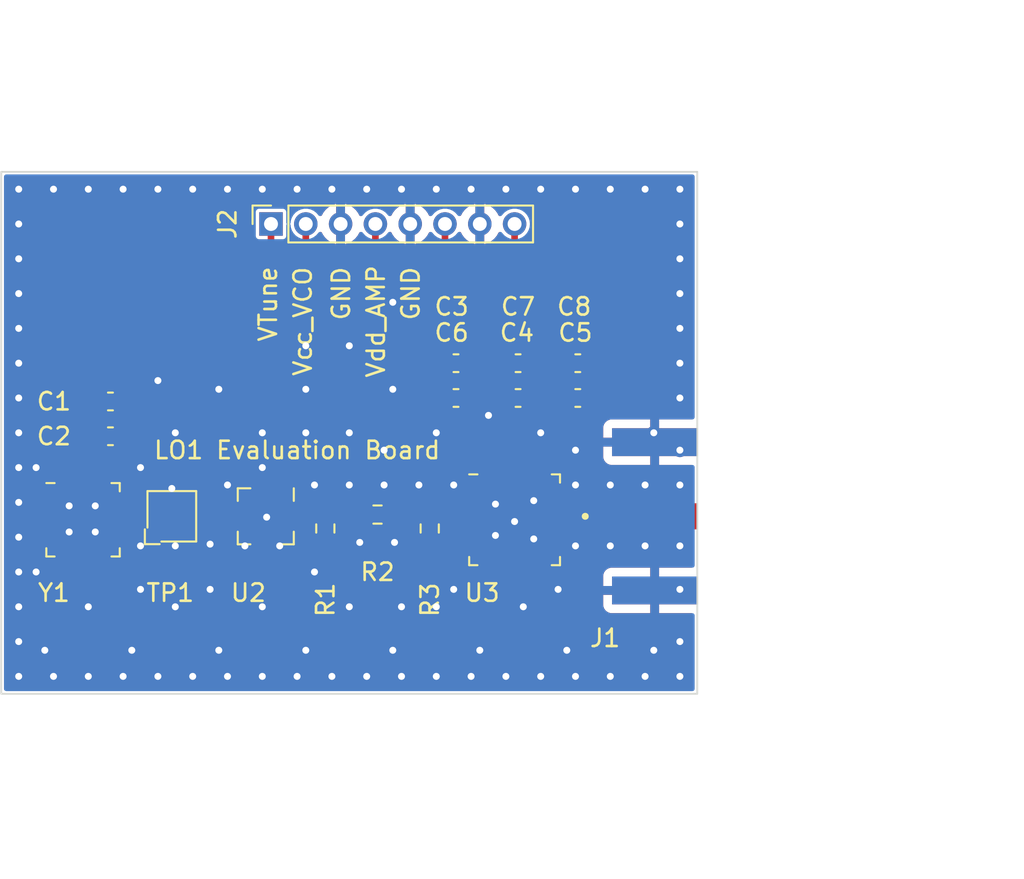
<source format=kicad_pcb>
(kicad_pcb (version 20211014) (generator pcbnew)
  (layers (0 "F.Cu" signal) (31 "B.Cu" signal) (34 "B.Paste" user) (35 "F.Paste" user) (36 "B.SilkS" user "B.Silkscreen") (37 "F.SilkS" user "F.Silkscreen") (38 "B.Mask" user) (39 "F.Mask" user) (44 "Edge.Cuts" user))
  (net 0 "")
  (net 1 "/Vcc_VCO")
  (net 2 "GND")
  (net 3 "/RFOut")
  (net 4 "/VTune")
  (net 7 "/FD_out")
  (net 8 "/Att_out")
  (net 9 "/TP_out")
  (net 10 "/VCO_out")
  (net 11 "/Vdd_Amp1")
  (net 12 "/Vdd_Amp2")
  (net 13 "/Vdd_Amp3")
  (footprint "Resistor_SMD:R_0603_1608Metric" (layer "F.Cu") (at 159.6225 100.5 90)
    (fp_text reference "R3" (at -4.1 0.01 90) (layer "F.SilkS"))
    (fp_text value "100 R")
    (fp_line (start -0.237258 0.5225) (end 0.237258 0.5225) (layer "F.SilkS") (width 0.12))
    (fp_line (start -0.237258 -0.5225) (end 0.237258 -0.5225) (layer "F.SilkS") (width 0.12))
    (pad "1" smd roundrect (at -0.825 0 90) (size 0.8 0.95) (layers "F.Cu" "F.Paste" "F.Mask") (net 2 "GND"))
    (pad "2" smd roundrect (at 0.825 0 90) (size 0.8 0.95) (layers "F.Cu" "F.Paste" "F.Mask") (net 8 "/Att_out"))
  )
  (footprint "Capacitor_SMD:C_0603_1608Metric" (layer "F.Cu") (at 141.272501 93.200001)
    (fp_text reference "C1" (at -3.25 0) (layer "F.SilkS"))
    (fp_text value "10 nF")
    (fp_line (start -0.14058 -0.51) (end 0.14058 -0.51) (layer "F.SilkS") (width 0.12))
    (fp_line (start -0.14058 0.51) (end 0.14058 0.51) (layer "F.SilkS") (width 0.12))
    (pad "1" smd roundrect (at -0.775 0) (size 0.9 0.95) (layers "F.Cu" "F.Paste" "F.Mask") (net 1 "/Vcc_VCO"))
    (pad "2" smd roundrect (at 0.775 0) (size 0.9 0.95) (layers "F.Cu" "F.Paste" "F.Mask") (net 2 "GND"))
  )
  (footprint "Package_DFN_QFN:QFN-32-1EP_5x5mm_P0.5mm_EP3.6x3.6mm" (layer "F.Cu") (at 164.499992 100)
    (fp_text reference "U3" (at -1.867488 4.200001) (layer "F.SilkS"))
    (fp_text value "HMC516")
    (fp_line (start -2.135 -2.61) (end -2.61 -2.61) (layer "F.SilkS") (width 0.12))
    (fp_line (start 2.61 -2.61) (end 2.61 -2.135) (layer "F.SilkS") (width 0.12))
    (fp_line (start 2.135 2.61) (end 2.61 2.61) (layer "F.SilkS") (width 0.12))
    (fp_line (start 2.61 2.61) (end 2.61 2.135) (layer "F.SilkS") (width 0.12))
    (fp_line (start 2.135 -2.61) (end 2.61 -2.61) (layer "F.SilkS") (width 0.12))
    (fp_line (start -2.61 2.61) (end -2.61 2.135) (layer "F.SilkS") (width 0.12))
    (fp_line (start -2.135 2.61) (end -2.61 2.61) (layer "F.SilkS") (width 0.12))
    (pad "1" smd roundrect (at -2.45 -1.75) (size 0.8 0.25) (layers "F.Cu" "F.Paste" "F.Mask") (net 2 "GND"))
    (pad "2" smd roundrect (at -2.45 -1.25) (size 0.8 0.25) (layers "F.Cu" "F.Paste" "F.Mask") (net 2 "GND"))
    (pad "3" smd roundrect (at -2.45 -0.75) (size 0.8 0.25) (layers "F.Cu" "F.Paste" "F.Mask") (net 2 "GND"))
    (pad "4" smd roundrect (at -2.45 -0.25) (size 0.8 0.25) (layers "F.Cu" "F.Paste" "F.Mask") (net 8 "/Att_out"))
    (pad "5" smd roundrect (at -2.45 0.25) (size 0.8 0.25) (layers "F.Cu" "F.Paste" "F.Mask") (net 2 "GND"))
    (pad "6" smd roundrect (at -2.45 0.75) (size 0.8 0.25) (layers "F.Cu" "F.Paste" "F.Mask") (net 2 "GND"))
    (pad "7" smd roundrect (at -2.45 1.25) (size 0.8 0.25) (layers "F.Cu" "F.Paste" "F.Mask") (net 2 "GND"))
    (pad "8" smd roundrect (at -2.45 1.75) (size 0.8 0.25) (layers "F.Cu" "F.Paste" "F.Mask") (net 2 "GND"))
    (pad "9" smd roundrect (at -1.75 2.45) (size 0.25 0.8) (layers "F.Cu" "F.Paste" "F.Mask") (net 2 "GND"))
    (pad "10" smd roundrect (at -1.25 2.45) (size 0.25 0.8) (layers "F.Cu" "F.Paste" "F.Mask") (net 2 "GND"))
    (pad "11" smd roundrect (at -0.75 2.45) (size 0.25 0.8) (layers "F.Cu" "F.Paste" "F.Mask") (net 2 "GND"))
    (pad "12" smd roundrect (at -0.25 2.45) (size 0.25 0.8) (layers "F.Cu" "F.Paste" "F.Mask") (net 2 "GND"))
    (pad "13" smd roundrect (at 0.25 2.45) (size 0.25 0.8) (layers "F.Cu" "F.Paste" "F.Mask") (net 2 "GND"))
    (pad "14" smd roundrect (at 0.75 2.45) (size 0.25 0.8) (layers "F.Cu" "F.Paste" "F.Mask") (net 2 "GND"))
    (pad "15" smd roundrect (at 1.25 2.45) (size 0.25 0.8) (layers "F.Cu" "F.Paste" "F.Mask") (net 2 "GND"))
    (pad "16" smd roundrect (at 1.75 2.45) (size 0.25 0.8) (layers "F.Cu" "F.Paste" "F.Mask") (net 2 "GND"))
    (pad "17" smd roundrect (at 2.45 1.75) (size 0.8 0.25) (layers "F.Cu" "F.Paste" "F.Mask") (net 2 "GND"))
    (pad "18" smd roundrect (at 2.45 1.25) (size 0.8 0.25) (layers "F.Cu" "F.Paste" "F.Mask") (net 2 "GND"))
    (pad "19" smd roundrect (at 2.45 0.75) (size 0.8 0.25) (layers "F.Cu" "F.Paste" "F.Mask") (net 2 "GND"))
    (pad "20" smd roundrect (at 2.45 0.25) (size 0.8 0.25) (layers "F.Cu" "F.Paste" "F.Mask") (net 2 "GND"))
    (pad "21" smd roundrect (at 2.45 -0.25) (size 0.8 0.25) (layers "F.Cu" "F.Paste" "F.Mask") (net 3 "/RFOut"))
    (pad "22" smd roundrect (at 2.45 -0.75) (size 0.8 0.25) (layers "F.Cu" "F.Paste" "F.Mask") (net 2 "GND"))
    (pad "23" smd roundrect (at 2.45 -1.25) (size 0.8 0.25) (layers "F.Cu" "F.Paste" "F.Mask") (net 2 "GND"))
    (pad "24" smd roundrect (at 2.45 -1.75) (size 0.8 0.25) (layers "F.Cu" "F.Paste" "F.Mask") (net 2 "GND"))
    (pad "25" smd roundrect (at 1.75 -2.45) (size 0.25 0.8) (layers "F.Cu" "F.Paste" "F.Mask") (net 2 "GND"))
    (pad "26" smd roundrect (at 1.25 -2.45) (size 0.25 0.8) (layers "F.Cu" "F.Paste" "F.Mask") (net 13 "/Vdd_Amp3"))
    (pad "27" smd roundrect (at 0.75 -2.45) (size 0.25 0.8) (layers "F.Cu" "F.Paste" "F.Mask") (net 2 "GND"))
    (pad "28" smd roundrect (at 0.25 -2.45) (size 0.25 0.8) (layers "F.Cu" "F.Paste" "F.Mask") (net 12 "/Vdd_Amp2"))
    (pad "29" smd roundrect (at -0.25 -2.45) (size 0.25 0.8) (layers "F.Cu" "F.Paste" "F.Mask") (net 2 "GND"))
    (pad "30" smd roundrect (at -0.75 -2.45) (size 0.25 0.8) (layers "F.Cu" "F.Paste" "F.Mask") (net 11 "/Vdd_Amp1"))
    (pad "31" smd roundrect (at -1.25 -2.45) (size 0.25 0.8) (layers "F.Cu" "F.Paste" "F.Mask") (net 2 "GND"))
    (pad "32" smd roundrect (at -1.75 -2.45) (size 0.25 0.8) (layers "F.Cu" "F.Paste" "F.Mask") (net 2 "GND"))
    (pad "33" smd rect (at 0 0) (size 3.6 3.6) (layers "F.Cu" "F.Mask") (net 2 "GND"))
  )
  (footprint "GGS_Connectors:LINX_CONSMA020.062-G" (layer "F.Cu") (at 175 99.8 90)
    (fp_text reference "J1" (at -7.000001 -5.299987 180) (layer "F.SilkS"))
    (fp_text value "SMA")
    (fp_circle (center 0 -6.44) (end 0.1 -6.44) (layer "F.SilkS") (width 0.2) (fill none))
    (pad "1" smd rect (at 0 -2.8 90) (size 1.5 5.6) (layers "F.Cu" "F.Paste" "F.Mask") (net 3 "/RFOut"))
    (pad "S1" smd rect (at -4.26 -2.45 90) (size 1.6 4.9) (layers "F.Cu" "F.Paste" "F.Mask") (net 2 "GND"))
    (pad "S2" smd rect (at 4.26 -2.45 90) (size 1.6 4.9) (layers "F.Cu" "F.Paste" "F.Mask") (net 2 "GND"))
    (pad "S3" smd rect (at -4.26 -2.45 90) (size 1.6 4.9) (layers "B.Cu" "B.Paste" "B.Mask") (net 2 "GND"))
    (pad "S4" smd rect (at 4.26 -2.45 90) (size 1.6 4.9) (layers "B.Cu" "B.Paste" "B.Mask") (net 2 "GND"))
  )
  (footprint "Connector_PinSocket_2.00mm:PinSocket_1x08_P2.00mm_Vertical" (layer "F.Cu") (at 150.5 83 90)
    (fp_text reference "J2" (at 0 -2.5 90) (layer "F.SilkS"))
    (fp_text value "Conn_01x08")
    (fp_line (start 1.06 -1.06) (end 1.06 0) (layer "F.SilkS") (width 0.12))
    (fp_line (start 1.06 1) (end 1.06 15.06) (layer "F.SilkS") (width 0.12))
    (fp_line (start -1.06 1) (end 1.06 1) (layer "F.SilkS") (width 0.12))
    (fp_line (start 0 -1.06) (end 1.06 -1.06) (layer "F.SilkS") (width 0.12))
    (fp_line (start -1.06 1) (end -1.06 15.06) (layer "F.SilkS") (width 0.12))
    (fp_line (start -1.06 15.06) (end 1.06 15.06) (layer "F.SilkS") (width 0.12))
    (pad "1" thru_hole rect (at 0 0 90) (size 1.35 1.35) (drill 0.8) (layers *.Cu *.Mask) (net 4 "/VTune"))
    (pad "2" thru_hole oval (at 0 2 90) (size 1.35 1.35) (drill 0.8) (layers *.Cu *.Mask) (net 1 "/Vcc_VCO"))
    (pad "3" thru_hole oval (at 0 4 90) (size 1.35 1.35) (drill 0.8) (layers *.Cu *.Mask) (net 2 "GND"))
    (pad "4" thru_hole oval (at 0 6 90) (size 1.35 1.35) (drill 0.8) (layers *.Cu *.Mask) (net 11 "/Vdd_Amp1"))
    (pad "5" thru_hole oval (at 0 8 90) (size 1.35 1.35) (drill 0.8) (layers *.Cu *.Mask) (net 2 "GND"))
    (pad "6" thru_hole oval (at 0 10 90) (size 1.35 1.35) (drill 0.8) (layers *.Cu *.Mask) (net 12 "/Vdd_Amp2"))
    (pad "7" thru_hole oval (at 0 12 90) (size 1.35 1.35) (drill 0.8) (layers *.Cu *.Mask) (net 2 "GND"))
    (pad "8" thru_hole oval (at 0 14 90) (size 1.35 1.35) (drill 0.8) (layers *.Cu *.Mask) (net 13 "/Vdd_Amp3"))
  )
  (footprint "Capacitor_SMD:C_0603_1608Metric" (layer "F.Cu") (at 168.1325 93)
    (fp_text reference "C8" (at -0.2075 -5.25) (layer "F.SilkS"))
    (fp_text value "2.2 uF")
    (fp_line (start -0.14058 0.51) (end 0.14058 0.51) (layer "F.SilkS") (width 0.12))
    (fp_line (start -0.14058 -0.51) (end 0.14058 -0.51) (layer "F.SilkS") (width 0.12))
    (pad "1" smd roundrect (at -0.775 0) (size 0.9 0.95) (layers "F.Cu" "F.Paste" "F.Mask") (net 13 "/Vdd_Amp3"))
    (pad "2" smd roundrect (at 0.775 0) (size 0.9 0.95) (layers "F.Cu" "F.Paste" "F.Mask") (net 2 "GND"))
  )
  (footprint "Capacitor_SMD:C_0603_1608Metric" (layer "F.Cu") (at 161.1325 93 180)
    (fp_text reference "C3" (at 0.25 5.25) (layer "F.SilkS"))
    (fp_text value "100 pF")
    (fp_line (start -0.14058 -0.51) (end 0.14058 -0.51) (layer "F.SilkS") (width 0.12))
    (fp_line (start -0.14058 0.51) (end 0.14058 0.51) (layer "F.SilkS") (width 0.12))
    (pad "1" smd roundrect (at -0.775 0 180) (size 0.9 0.95) (layers "F.Cu" "F.Paste" "F.Mask") (net 11 "/Vdd_Amp1"))
    (pad "2" smd roundrect (at 0.775 0 180) (size 0.9 0.95) (layers "F.Cu" "F.Paste" "F.Mask") (net 2 "GND"))
  )
  (footprint "Capacitor_SMD:C_0603_1608Metric" (layer "F.Cu") (at 161.1325 91 180)
    (fp_text reference "C6" (at 0.25 1.75) (layer "F.SilkS"))
    (fp_text value "2.2 uF")
    (fp_line (start -0.14058 -0.51) (end 0.14058 -0.51) (layer "F.SilkS") (width 0.12))
    (fp_line (start -0.14058 0.51) (end 0.14058 0.51) (layer "F.SilkS") (width 0.12))
    (pad "1" smd roundrect (at -0.775 0 180) (size 0.9 0.95) (layers "F.Cu" "F.Paste" "F.Mask") (net 11 "/Vdd_Amp1"))
    (pad "2" smd roundrect (at 0.775 0 180) (size 0.9 0.95) (layers "F.Cu" "F.Paste" "F.Mask") (net 2 "GND"))
  )
  (footprint "Capacitor_SMD:C_0603_1608Metric" (layer "F.Cu") (at 141.272501 95.200001)
    (fp_text reference "C2" (at -3.25 0) (layer "F.SilkS"))
    (fp_text value "4.7 uF")
    (fp_line (start -0.14058 0.51) (end 0.14058 0.51) (layer "F.SilkS") (width 0.12))
    (fp_line (start -0.14058 -0.51) (end 0.14058 -0.51) (layer "F.SilkS") (width 0.12))
    (pad "1" smd roundrect (at -0.775 0) (size 0.9 0.95) (layers "F.Cu" "F.Paste" "F.Mask") (net 1 "/Vcc_VCO"))
    (pad "2" smd roundrect (at 0.775 0) (size 0.9 0.95) (layers "F.Cu" "F.Paste" "F.Mask") (net 2 "GND"))
  )
  (footprint "Capacitor_SMD:C_0603_1608Metric" (layer "F.Cu") (at 164.7 93)
    (fp_text reference "C4" (at -0.0675 -3.75) (layer "F.SilkS"))
    (fp_text value "100 pF")
    (fp_line (start -0.14058 -0.51) (end 0.14058 -0.51) (layer "F.SilkS") (width 0.12))
    (fp_line (start -0.14058 0.51) (end 0.14058 0.51) (layer "F.SilkS") (width 0.12))
    (pad "1" smd roundrect (at -0.775 0) (size 0.9 0.95) (layers "F.Cu" "F.Paste" "F.Mask") (net 12 "/Vdd_Amp2"))
    (pad "2" smd roundrect (at 0.775 0) (size 0.9 0.95) (layers "F.Cu" "F.Paste" "F.Mask") (net 2 "GND"))
  )
  (footprint "Package_DFN_QFN:QFN-24-1EP_4x4mm_P0.5mm_EP2.7x2.7mm" (layer "F.Cu") (at 139.697501 100)
    (fp_text reference "Y1" (at -1.675 4.2) (layer "F.SilkS"))
    (fp_text value "HMC506LP4")
    (fp_line (start 2.11 -2.11) (end 2.11 -1.635) (layer "F.SilkS") (width 0.12))
    (fp_line (start 1.635 2.11) (end 2.11 2.11) (layer "F.SilkS") (width 0.12))
    (fp_line (start 1.635 -2.11) (end 2.11 -2.11) (layer "F.SilkS") (width 0.12))
    (fp_line (start -1.635 2.11) (end -2.11 2.11) (layer "F.SilkS") (width 0.12))
    (fp_line (start -1.635 -2.11) (end -2.11 -2.11) (layer "F.SilkS") (width 0.12))
    (fp_line (start -2.11 2.11) (end -2.11 1.635) (layer "F.SilkS") (width 0.12))
    (fp_line (start 2.11 2.11) (end 2.11 1.635) (layer "F.SilkS") (width 0.12))
    (pad "1" smd roundrect (at -1.9625 -1.25) (size 0.825 0.25) (layers "F.Cu" "F.Paste" "F.Mask") (net 2 "GND"))
    (pad "2" smd roundrect (at -1.9625 -0.75) (size 0.825 0.25) (layers "F.Cu" "F.Paste" "F.Mask") (net 2 "GND"))
    (pad "3" smd roundrect (at -1.9625 -0.25) (size 0.825 0.25) (layers "F.Cu" "F.Paste" "F.Mask") (net 2 "GND"))
    (pad "4" smd roundrect (at -1.9625 0.25) (size 0.825 0.25) (layers "F.Cu" "F.Paste" "F.Mask") (net 2 "GND"))
    (pad "5" smd roundrect (at -1.9625 0.75) (size 0.825 0.25) (layers "F.Cu" "F.Paste" "F.Mask") (net 2 "GND"))
    (pad "6" smd roundrect (at -1.9625 1.25) (size 0.825 0.25) (layers "F.Cu" "F.Paste" "F.Mask") (net 2 "GND"))
    (pad "7" smd roundrect (at -1.25 1.9625) (size 0.25 0.825) (layers "F.Cu" "F.Paste" "F.Mask") (net 2 "GND"))
    (pad "8" smd roundrect (at -0.75 1.9625) (size 0.25 0.825) (layers "F.Cu" "F.Paste" "F.Mask") (net 2 "GND"))
    (pad "9" smd roundrect (at -0.25 1.9625) (size 0.25 0.825) (layers "F.Cu" "F.Paste" "F.Mask") (net 2 "GND"))
    (pad "10" smd roundrect (at 0.25 1.9625) (size 0.25 0.825) (layers "F.Cu" "F.Paste" "F.Mask") (net 2 "GND"))
    (pad "11" smd roundrect (at 0.75 1.9625) (size 0.25 0.825) (layers "F.Cu" "F.Paste" "F.Mask") (net 2 "GND"))
    (pad "12" smd roundrect (at 1.25 1.9625) (size 0.25 0.825) (layers "F.Cu" "F.Paste" "F.Mask") (net 2 "GND"))
    (pad "13" smd roundrect (at 1.9625 1.25) (size 0.825 0.25) (layers "F.Cu" "F.Paste" "F.Mask") (net 2 "GND"))
    (pad "14" smd roundrect (at 1.9625 0.75) (size 0.825 0.25) (layers "F.Cu" "F.Paste" "F.Mask") (net 2 "GND"))
    (pad "15" smd roundrect (at 1.9625 0.25) (size 0.825 0.25) (layers "F.Cu" "F.Paste" "F.Mask") (net 2 "GND"))
    (pad "16" smd roundrect (at 1.9625 -0.25) (size 0.825 0.25) (layers "F.Cu" "F.Paste" "F.Mask") (net 10 "/VCO_out"))
    (pad "17" smd roundrect (at 1.9625 -0.75) (size 0.825 0.25) (layers "F.Cu" "F.Paste" "F.Mask") (net 2 "GND"))
    (pad "18" smd roundrect (at 1.9625 -1.25) (size 0.825 0.25) (layers "F.Cu" "F.Paste" "F.Mask") (net 2 "GND"))
    (pad "19" smd roundrect (at 1.25 -1.9625) (size 0.25 0.825) (layers "F.Cu" "F.Paste" "F.Mask") (net 2 "GND"))
    (pad "20" smd roundrect (at 0.75 -1.9625) (size 0.25 0.825) (layers "F.Cu" "F.Paste" "F.Mask") (net 1 "/Vcc_VCO"))
    (pad "21" smd roundrect (at 0.25 -1.9625) (size 0.25 0.825) (layers "F.Cu" "F.Paste" "F.Mask") (net 2 "GND"))
    (pad "22" smd roundrect (at -0.25 -1.9625) (size 0.25 0.825) (layers "F.Cu" "F.Paste" "F.Mask") (net 4 "/VTune"))
    (pad "23" smd roundrect (at -0.75 -1.9625) (size 0.25 0.825) (layers "F.Cu" "F.Paste" "F.Mask") (net 2 "GND"))
    (pad "24" smd roundrect (at -1.25 -1.9625) (size 0.25 0.825) (layers "F.Cu" "F.Paste" "F.Mask") (net 2 "GND"))
    (pad "25" smd rect (at 0 0) (size 2.7 2.7) (layers "F.Cu" "F.Mask") (net 2 "GND"))
  )
  (footprint "GGS_Connectors:CoaxialSwitch_Hirose_MS-156C3_Horizontal" (layer "F.Cu") (at 144.8 99.800001)
    (fp_text reference "TP1" (at -0.0875 4.4 180) (layer "F.SilkS"))
    (fp_text value "MS-156C")
    (fp_line (start 1.4 1.45) (end -0.6 1.45) (layer "F.SilkS") (width 0.12))
    (fp_line (start 1.4 -1.45) (end 1.4 1.45) (layer "F.SilkS") (width 0.12))
    (fp_line (start -1.4 -1.45) (end 1.4 -1.45) (layer "F.SilkS") (width 0.12))
    (fp_line (start -1.55 1.6) (end -0.7 1.6) (layer "F.SilkS") (width 0.12))
    (fp_line (start -1.55 0.75) (end -1.55 1.6) (layer "F.SilkS") (width 0.12))
    (fp_line (start -1.4 -1.45) (end -1.4 0.65) (layer "F.SilkS") (width 0.12))
    (pad "A" smd rect (at 0.96 0) (size 0.48 0.5) (layers "F.Cu" "F.Mask") (net 9 "/TP_out"))
    (pad "C" smd rect (at -0.96 0) (size 0.48 0.5) (layers "F.Cu" "F.Mask") (net 10 "/VCO_out"))
    (pad "G" smd custom (at 0 0.815 180) (size 0.35 0.35) (layers "F.Cu" "F.Mask") (net 2 "GND") (options (clearance outline) (anchor rect)) (primitives (gr_poly (pts (xy -0.45 -0.185) (xy 0.45 -0.185) (xy 0.45 -0.435) (xy 1.2 -0.435) (xy 1.2 0.035) (xy 1 0.235) (xy -1.2 0.235) (xy -1.2 -0.435) (xy -0.45 -0.435)) (width 0) (fill yes))))
    (pad "G" smd custom (at 0 -0.815) (size 0.35 0.35) (layers "F.Cu" "F.Mask") (net 2 "GND") (options (clearance outline) (anchor rect)) (primitives (gr_poly (pts (xy -0.45 -0.185) (xy 0.45 -0.185) (xy 0.45 -0.435) (xy 1.2 -0.435) (xy 1.2 0.235) (xy -1 0.235) (xy -1.2 0.035) (xy -1.2 -0.435) (xy -0.45 -0.435)) (width 0) (fill yes))))
  )
  (footprint "Package_DFN_QFN:QFN-12-1EP_3x3mm_P0.5mm_EP1.65x1.65mm" (layer "F.Cu") (at 150.2 99.8 -90)
    (fp_text reference "U2" (at 4.4 1 180) (layer "F.SilkS"))
    (fp_text value "CY2-44+")
    (fp_line (start -1.61 1.61) (end -1.61 0.885) (layer "F.SilkS") (width 0.12))
    (fp_line (start 0.885 -1.61) (end 1.61 -1.61) (layer "F.SilkS") (width 0.12))
    (fp_line (start -0.885 1.61) (end -1.61 1.61) (layer "F.SilkS") (width 0.12))
    (fp_line (start 1.61 1.61) (end 1.61 0.885) (layer "F.SilkS") (width 0.12))
    (fp_line (start 0.885 1.61) (end 1.61 1.61) (layer "F.SilkS") (width 0.12))
    (fp_line (start 1.61 -1.61) (end 1.61 -0.885) (layer "F.SilkS") (width 0.12))
    (fp_line (start -0.885 -1.61) (end -1.61 -1.61) (layer "F.SilkS") (width 0.12))
    (pad "1" smd roundrect (at -1.4625 -0.5 270) (size 0.825 0.25) (layers "F.Cu" "F.Paste" "F.Mask") (net 2 "GND"))
    (pad "2" smd roundrect (at -1.4625 0 270) (size 0.825 0.25) (layers "F.Cu" "F.Paste" "F.Mask"))
    (pad "3" smd roundrect (at -1.4625 0.5 270) (size 0.825 0.25) (layers "F.Cu" "F.Paste" "F.Mask") (net 2 "GND"))
    (pad "4" smd roundrect (at -0.5 1.4625 270) (size 0.25 0.825) (layers "F.Cu" "F.Paste" "F.Mask") (net 2 "GND"))
    (pad "5" smd roundrect (at 0 1.4625 270) (size 0.25 0.825) (layers "F.Cu" "F.Paste" "F.Mask") (net 9 "/TP_out"))
    (pad "6" smd roundrect (at 0.5 1.4625 270) (size 0.25 0.825) (layers "F.Cu" "F.Paste" "F.Mask") (net 2 "GND"))
    (pad "7" smd roundrect (at 1.4625 0.5 270) (size 0.825 0.25) (layers "F.Cu" "F.Paste" "F.Mask") (net 2 "GND"))
    (pad "8" smd roundrect (at 1.4625 0 270) (size 0.825 0.25) (layers "F.Cu" "F.Paste" "F.Mask"))
    (pad "9" smd roundrect (at 1.4625 -0.5 270) (size 0.825 0.25) (layers "F.Cu" "F.Paste" "F.Mask") (net 2 "GND"))
    (pad "10" smd roundrect (at 0.5 -1.4625 270) (size 0.25 0.825) (layers "F.Cu" "F.Paste" "F.Mask") (net 2 "GND"))
    (pad "11" smd roundrect (at 0 -1.4625 270) (size 0.25 0.825) (layers "F.Cu" "F.Paste" "F.Mask") (net 7 "/FD_out"))
    (pad "12" smd roundrect (at -0.5 -1.4625 270) (size 0.25 0.825) (layers "F.Cu" "F.Paste" "F.Mask") (net 2 "GND"))
    (pad "13" smd rect (at 0 0 270) (size 1.65 1.65) (layers "F.Cu" "F.Mask") (net 2 "GND"))
  )
  (footprint "Resistor_SMD:R_0603_1608Metric" (layer "F.Cu") (at 156.6225 99.7)
    (fp_text reference "R2" (at 0 3.3) (layer "F.SilkS"))
    (fp_text value "50 R")
    (fp_line (start -0.237258 -0.5225) (end 0.237258 -0.5225) (layer "F.SilkS") (width 0.12))
    (fp_line (start -0.237258 0.5225) (end 0.237258 0.5225) (layer "F.SilkS") (width 0.12))
    (pad "1" smd roundrect (at -0.825 0) (size 0.8 0.95) (layers "F.Cu" "F.Paste" "F.Mask") (net 7 "/FD_out"))
    (pad "2" smd roundrect (at 0.825 0) (size 0.8 0.95) (layers "F.Cu" "F.Paste" "F.Mask") (net 8 "/Att_out"))
  )
  (footprint "Capacitor_SMD:C_0603_1608Metric" (layer "F.Cu") (at 168.1325 91)
    (fp_text reference "C5" (at -0.14058 -1.75) (layer "F.SilkS"))
    (fp_text value "100 pF")
    (fp_line (start -0.14058 0.51) (end 0.14058 0.51) (layer "F.SilkS") (width 0.12))
    (fp_line (start -0.14058 -0.51) (end 0.14058 -0.51) (layer "F.SilkS") (width 0.12))
    (pad "1" smd roundrect (at -0.775 0) (size 0.9 0.95) (layers "F.Cu" "F.Paste" "F.Mask") (net 13 "/Vdd_Amp3"))
    (pad "2" smd roundrect (at 0.775 0) (size 0.9 0.95) (layers "F.Cu" "F.Paste" "F.Mask") (net 2 "GND"))
  )
  (footprint "Resistor_SMD:R_0603_1608Metric" (layer "F.Cu") (at 153.6225 100.5 -90)
    (fp_text reference "R1" (at 4.1 -0.01 -90) (layer "F.SilkS"))
    (fp_text value "100 R")
    (fp_line (start -0.237258 -0.5225) (end 0.237258 -0.5225) (layer "F.SilkS") (width 0.12))
    (fp_line (start -0.237258 0.5225) (end 0.237258 0.5225) (layer "F.SilkS") (width 0.12))
    (pad "1" smd roundrect (at -0.825 0 270) (size 0.8 0.95) (layers "F.Cu" "F.Paste" "F.Mask") (net 7 "/FD_out"))
    (pad "2" smd roundrect (at 0.825 0 270) (size 0.8 0.95) (layers "F.Cu" "F.Paste" "F.Mask") (net 2 "GND"))
  )
  (footprint "Capacitor_SMD:C_0603_1608Metric" (layer "F.Cu") (at 164.7 91)
    (fp_text reference "C7" (at 0 -3.25) (layer "F.SilkS"))
    (fp_text value "2.2 uF")
    (fp_line (start -0.14058 0.51) (end 0.14058 0.51) (layer "F.SilkS") (width 0.12))
    (fp_line (start -0.14058 -0.51) (end 0.14058 -0.51) (layer "F.SilkS") (width 0.12))
    (pad "1" smd roundrect (at -0.775 0) (size 0.9 0.95) (layers "F.Cu" "F.Paste" "F.Mask") (net 12 "/Vdd_Amp2"))
    (pad "2" smd roundrect (at 0.775 0) (size 0.9 0.95) (layers "F.Cu" "F.Paste" "F.Mask") (net 2 "GND"))
  )
  (gr_rect (start 135 110) (end 175 80) (layer "Edge.Cuts") (width 0.1) (fill none))
  (gr_text "GND" (at 154.53 87 90) (layer "F.SilkS") (effects (font (size 1 1))))
  (gr_text "VTune" (at 150.33 87.6 90) (layer "F.SilkS") (effects (font (size 1 1))))
  (gr_text "Vcc_VCO" (at 152.33 88.6 90) (layer "F.SilkS") (effects (font (size 1 1))))
  (gr_text "GND" (at 158.53 87 90) (layer "F.SilkS") (effects (font (size 1 1))))
  (gr_text "Vdd_AMP" (at 156.53 88.6 90) (layer "F.SilkS") (effects (font (size 1 1))))
  (gr_text "LO1 Evaluation Board" (at 152 96) (layer "F.SilkS") (effects (font (size 1 1))))
  (segment (start 152.5 85.6) (end 152.5 83) (width 0.381) (layer "F.Cu") (net 1))
  (segment (start 140.447501 91.975001) (end 142.422502 90) (width 0.381) (layer "F.Cu") (net 1))
  (segment (start 142.5 90) (end 148.1 90) (width 0.381) (layer "F.Cu") (net 1))
  (segment (start 140.447501 98.0375) (end 140.447501 91.975001) (width 0.381) (layer "F.Cu") (net 1))
  (segment (start 148.1 90) (end 152.5 85.6) (width 0.381) (layer "F.Cu") (net 1))
  (segment (start 150.2 99.8) (end 150.25 99.85) (width 0.4) (layer "F.Cu") (net 2))
  (segment (start 150.2 99.8) (end 150.9 99.1) (width 0.4) (layer "F.Cu") (net 2))
  (segment (start 144.8 98.985001) (end 144.8 98.4) (width 0.4) (layer "F.Cu") (net 2))
  (segment (start 150.2 99.8) (end 149.5 100.5) (width 0.4) (layer "F.Cu") (net 2))
  (segment (start 144.085001 98.985001) (end 142.9 97.8) (width 0.4) (layer "F.Cu") (net 2))
  (segment (start 144.8 98.4) (end 144.8 98.2) (width 0.4) (layer "F.Cu") (net 2))
  (segment (start 150.25 99.85) (end 150.9 100.5) (width 0.4) (layer "F.Cu") (net 2))
  (segment (start 150.9 99.1) (end 150.9 98.3) (width 0.4) (layer "F.Cu") (net 2))
  (segment (start 143.884999 100.615001) (end 144.8 100.615001) (width 0.4) (layer "F.Cu") (net 2))
  (segment (start 147 101.9) (end 145.715001 100.615001) (width 0.4) (layer "F.Cu") (net 2))
  (segment (start 149.5 99.1) (end 149.5 98.4) (width 0.4) (layer "F.Cu") (net 2))
  (segment (start 149.5 100.5) (end 149.5 101.4) (width 0.4) (layer "F.Cu") (net 2))
  (segment (start 144.8 98.2) (end 144.8 97.4) (width 0.4) (layer "F.Cu") (net 2))
  (segment (start 145.715001 100.615001) (end 144.8 100.615001) (width 0.4) (layer "F.Cu") (net 2))
  (segment (start 150.2 99.8) (end 149.5 99.1) (width 0.4) (layer "F.Cu") (net 2))
  (segment (start 144.8 98.985001) (end 144.085001 98.985001) (width 0.4) (layer "F.Cu") (net 2))
  (segment (start 150.9 100.5) (end 150.9 101.3) (width 0.4) (layer "F.Cu") (net 2))
  (segment (start 144.8 98.985001) (end 145.514999 98.985001) (width 0.4) (layer "F.Cu") (net 2))
  (segment (start 144.8 100.615001) (end 144.8 98.4) (width 0.4) (layer "F.Cu") (net 2))
  (segment (start 145.514999 98.985001) (end 146.6 97.9) (width 0.4) (layer "F.Cu") (net 2))
  (segment (start 143 101.5) (end 143 101) (width 0.4) (layer "F.Cu") (net 2))
  (segment (start 143 101.5) (end 143.884999 100.615001) (width 0.4) (layer "F.Cu") (net 2))
  (via (at 155 98) (size 0.8) (drill 0.4) (layers "F.Cu" "B.Cu") (net 2))
  (via (at 150 95) (size 0.8) (drill 0.4) (layers "F.Cu" "B.Cu") (net 2))
  (via (at 149 101.5) (size 0.8) (drill 0.4) (layers "F.Cu" "B.Cu") (net 2))
  (via (at 157 98) (size 0.8) (drill 0.4) (layers "F.Cu" "B.Cu") (net 2))
  (via (at 144 81) (size 0.8) (drill 0.4) (layers "F.Cu" "B.Cu") (net 2))
  (via (at 162.5 107.5) (size 0.8) (drill 0.4) (layers "F.Cu" "B.Cu") (net 2))
  (via (at 172 81) (size 0.8) (drill 0.4) (layers "F.Cu" "B.Cu") (net 2))
  (via (at 145 101.5) (size 0.8) (drill 0.4) (layers "F.Cu" "B.Cu") (net 2))
  (via (at 142 81) (size 0.8) (drill 0.4) (layers "F.Cu" "B.Cu") (net 2))
  (via (at 160 81) (size 0.8) (drill 0.4) (layers "F.Cu" "B.Cu") (net 2))
  (via (at 170 109) (size 0.8) (drill 0.4) (layers "F.Cu" "B.Cu") (net 2))
  (via (at 136 101) (size 0.8) (drill 0.4) (layers "F.Cu" "B.Cu") (net 2))
  (via (at 161 98) (size 0.8) (drill 0.4) (layers "F.Cu" "B.Cu") (net 2))
  (via (at 147 104) (size 0.8) (drill 0.4) (layers "F.Cu" "B.Cu") (net 2))
  (via (at 172 109) (size 0.8) (drill 0.4) (layers "F.Cu" "B.Cu") (net 2))
  (via (at 136 83) (size 0.8) (drill 0.4) (layers "F.Cu" "B.Cu") (net 2))
  (via (at 150.25 99.85) (size 0.8) (drill 0.4) (layers "F.Cu" "B.Cu") (net 2))
  (via (at 172.5 95) (size 0.8) (drill 0.4) (layers "F.Cu" "B.Cu") (net 2))
  (via (at 143 104) (size 0.8) (drill 0.4) (layers "F.Cu" "B.Cu") (net 2))
  (via (at 150 81) (size 0.8) (drill 0.4) (layers "F.Cu" "B.Cu") (net 2))
  (via (at 165.6 98.9) (size 0.8) (drill 0.4) (layers "F.Cu" "B.Cu") (net 2))
  (via (at 142.5 107.5) (size 0.8) (drill 0.4) (layers "F.Cu" "B.Cu") (net 2))
  (via (at 174 93) (size 0.8) (drill 0.4) (layers "F.Cu" "B.Cu") (net 2))
  (via (at 136 97) (size 0.8) (drill 0.4) (layers "F.Cu" "B.Cu") (net 2))
  (via (at 168 109) (size 0.8) (drill 0.4) (layers "F.Cu" "B.Cu") (net 2))
  (via (at 172 101.5) (size 0.8) (drill 0.4) (layers "F.Cu" "B.Cu") (net 2))
  (via (at 143 101.5) (size 0.8) (drill 0.4) (layers "F.Cu" "B.Cu") (net 2))
  (via (at 170 98) (size 0.8) (drill 0.4) (layers "F.Cu" "B.Cu") (net 2))
  (via (at 148 98) (size 0.8) (drill 0.4) (layers "F.Cu" "B.Cu") (net 2))
  (via (at 154 109) (size 0.8) (drill 0.4) (layers "F.Cu" "B.Cu") (net 2))
  (via (at 157.5 92.5) (size 0.8) (drill 0.4) (layers "F.Cu" "B.Cu") (net 2))
  (via (at 136 105) (size 0.8) (drill 0.4) (layers "F.Cu" "B.Cu") (net 2))
  (via (at 136 91) (size 0.8) (drill 0.4) (layers "F.Cu" "B.Cu") (net 2))
  (via (at 137 97) (size 0.8) (drill 0.4) (layers "F.Cu" "B.Cu") (net 2))
  (via (at 161 104) (size 0.8) (drill 0.4) (layers "F.Cu" "B.Cu") (net 2))
  (via (at 172.5 107.5) (size 0.8) (drill 0.4) (layers "F.Cu" "B.Cu") (net 2))
  (via (at 144.8 98.2) (size 0.8) (drill 0.4) (layers "F.Cu" "B.Cu") (net 2))
  (via (at 174 83) (size 0.8) (drill 0.4) (layers "F.Cu" "B.Cu") (net 2))
  (via (at 167.5 107.5) (size 0.8) (drill 0.4) (layers "F.Cu" "B.Cu") (net 2))
  (via (at 174 85) (size 0.8) (drill 0.4) (layers "F.Cu" "B.Cu") (net 2))
  (via (at 137.5 107.5) (size 0.8) (drill 0.4) (layers "F.Cu" "B.Cu") (net 2))
  (via (at 163.4 99.1) (size 0.8) (drill 0.4) (layers "F.Cu" "B.Cu") (net 2))
  (via (at 138.9 99.2) (size 0.8) (drill 0.4) (layers "F.Cu" "B.Cu") (net 2))
  (via (at 174 96) (size 0.8) (drill 0.4) (layers "F.Cu" "B.Cu") (net 2))
  (via (at 136 107) (size 0.8) (drill 0.4) (layers "F.Cu" "B.Cu") (net 2))
  (via (at 152 81) (size 0.8) (drill 0.4) (layers "F.Cu" "B.Cu") (net 2))
  (via (at 151 101.5) (size 0.8) (drill 0.4) (layers "F.Cu" "B.Cu") (net 2))
  (via (at 152.5 90) (size 0.8) (drill 0.4) (layers "F.Cu" "B.Cu") (net 2))
  (via (at 138 81) (size 0.8) (drill 0.4) (layers "F.Cu" "B.Cu") (net 2))
  (via (at 172 98) (size 0.8) (drill 0.4) (layers "F.Cu" "B.Cu") (net 2))
  (via (at 157.5 107.5) (size 0.8) (drill 0.4) (layers "F.Cu" "B.Cu") (net 2))
  (via (at 174 101.5) (size 0.8) (drill 0.4) (layers "F.Cu" "B.Cu") (net 2))
  (via (at 140.4 99.2) (size 0.8) (drill 0.4) (layers "F.Cu" "B.Cu") (net 2))
  (via (at 170 81) (size 0.8) (drill 0.4) (layers "F.Cu" "B.Cu") (net 2))
  (via (at 152 109) (size 0.8) (drill 0.4) (layers "F.Cu" "B.Cu") (net 2))
  (via (at 150 109) (size 0.8) (drill 0.4) (layers "F.Cu" "B.Cu") (net 2))
  (via (at 164 81) (size 0.8) (drill 0.4) (layers "F.Cu" "B.Cu") (net 2))
  (via (at 157.5 87.5) (size 0.8) (drill 0.4) (layers "F.Cu" "B.Cu") (net 2))
  (via (at 140 105) (size 0.8) (drill 0.4) (layers "F.Cu" "B.Cu") (net 2))
  (via (at 162 109) (size 0.8) (drill 0.4) (layers "F.Cu" "B.Cu") (net 2))
  (via (at 156 109) (size 0.8) (drill 0.4) (layers "F.Cu" "B.Cu") (net 2))
  (via (at 152.5 95) (size 0.8) (drill 0.4) (layers "F.Cu" "B.Cu") (net 2))
  (via (at 174 87) (size 0.8) (drill 0.4) (layers "F.Cu" "B.Cu") (net 2))
  (via (at 148 109) (size 0.8) (drill 0.4) (layers "F.Cu" "B.Cu") (net 2))
  (via (at 136 99) (size 0.8) (drill 0.4) (layers "F.Cu" "B.Cu") (net 2))
  (via (at 147 101.4) (size 0.8) (drill 0.4) (layers "F.Cu" "B.Cu") (net 2))
  (via (at 136 103) (size 0.8) (drill 0.4) (layers "F.Cu" "B.Cu") (net 2))
  (via (at 146 109) (size 0.8) (drill 0.4) (layers "F.Cu" "B.Cu") (net 2))
  (via (at 152.5 92.5) (size 0.8) (drill 0.4) (layers "F.Cu" "B.Cu") (net 2))
  (via (at 136 85) (size 0.8) (drill 0.4) (layers "F.Cu" "B.Cu") (net 2))
  (via (at 155.6 101.3) (size 0.8) (drill 0.4) (layers "F.Cu" "B.Cu") (net 2))
  (via (at 160 95) (size 0.8) (drill 0.4) (layers "F.Cu" "B.Cu") (net 2))
  (via (at 168 81) (size 0.8) (drill 0.4) (layers "F.Cu" "B.Cu") (net 2))
  (via (at 136 109) (size 0.8) (drill 0.4) (layers "F.Cu" "B.Cu") (net 2))
  (via (at 150 105) (size 0.8) (drill 0.4) (layers "F.Cu" "B.Cu") (net 2))
  (via (at 138.9 100.7) (size 0.8) (drill 0.4) (layers "F.Cu" "B.Cu") (net 2))
  (via (at 174 91) (size 0.8) (drill 0.4) (layers "F.Cu" "B.Cu") (net 2))
  (via (at 136 93) (size 0.8) (drill 0.4) (layers "F.Cu" "B.Cu") (net 2))
  (via (at 144 109) (size 0.8) (drill 0.4) (layers "F.Cu" "B.Cu") (net 2))
  (via (at 136 81) (size 0.8) (drill 0.4) (layers "F.Cu" "B.Cu") (net 2))
  (via (at 155 105) (size 0.8) (drill 0.4) (layers "F.Cu" "B.Cu") (net 2))
  (via (at 168 96) (size 0.8) (drill 0.4) (layers "F.Cu" "B.Cu") (net 2))
  (via (at 158 105) (size 0.8) (drill 0.4) (layers "F.Cu" "B.Cu") (net 2))
  (via (at 145 95) (size 0.8) (drill 0.4) (layers "F.Cu" "B.Cu") (net 2))
  (via (at 158 81) (size 0.8) (drill 0.4) (layers "F.Cu" "B.Cu") (net 2))
  (via (at 150 97) (size 0.8) (drill 0.4) (layers "F.Cu" "B.Cu") (net 2))
  (via (at 153 103) (size 0.8) (drill 0.4) (layers "F.Cu" "B.Cu") (net 2))
  (via (at 168 101.5) (size 0.8) (drill 0.4) (layers "F.Cu" "B.Cu") (net 2))
  (via (at 152.5 107.5) (size 0.8) (drill 0.4) (layers "F.Cu" "B.Cu") (net 2))
  (via (at 136 89) (size 0.8) (drill 0.4) (layers "F.Cu" "B.Cu") (net 2))
  (via (at 163 94) (size 0.8) (drill 0.4) (layers "F.Cu" "B.Cu") (net 2))
  (via (at 155 90) (size 0.8) (drill 0.4) (layers "F.Cu" "B.Cu") (net 2))
  (via (at 174 89) (size 0.8) (drill 0.4) (layers "F.Cu" "B.Cu") (net 2))
  (via (at 144 92) (size 0.8) (drill 0.4) (layers "F.Cu" "B.Cu") (net 2))
  (via (at 174 107) (size 0.8) (drill 0.4) (layers "F.Cu" "B.Cu") (net 2))
  (via (at 158 109) (size 0.8) (drill 0.4) (layers "F.Cu" "B.Cu") (net 2))
  (via (at 153 98) (size 0.8) (drill 0.4) (layers "F.Cu" "B.Cu") (net 2))
  (via (at 154 81) (size 0.8) (drill 0.4) (layers "F.Cu" "B.Cu") (net 2))
  (via (at 174 109) (size 0.8) (drill 0.4) (layers "F.Cu" "B.Cu") (net 2))
  (via (at 174 104) (size 0.8) (drill 0.4) (layers "F.Cu" "B.Cu") (net 2))
  (via (at 160 105) (size 0.8) (drill 0.4) (layers "F.Cu" "B.Cu") (net 2))
  (via (at 157.6 101.3) (size 0.8) (drill 0.4) (layers "F.Cu" "B.Cu") (net 2))
  (via (at 148 81) (size 0.8) (drill 0.4) (layers "F.Cu" "B.Cu") (net 2))
  (via (at 138 109) (size 0.8) (drill 0.4) (layers "F.Cu" "B.Cu") (net 2))
  (via (at 164.5 100.1) (size 0.8) (drill 0.4) (layers "F.Cu" "B.Cu") (net 2))
  (via (at 142 109) (size 0.8) (drill 0.4) (layers "F.Cu" "B.Cu") (net 2))
  (via (at 147.5 107.5) (size 0.8) (drill 0.4) (layers "F.Cu" "B.Cu") (net 2))
  (via (at 146 81) (size 0.8) (drill 0.4) (layers "F.Cu" "B.Cu") (net 2))
  (via (at 157 96) (size 0.8) (drill 0.4) (layers "F.Cu" "B.Cu") (net 2))
  (via (at 147.5 92.5) (size 0.8) (drill 0.4) (layers "F.Cu" "B.Cu") (net 2))
  (via (at 137 103) (size 0.8) (drill 0.4) (layers "F.Cu" "B.Cu") (net 2))
  (via (at 160 109) (size 0.8) (drill 0.4) (layers "F.Cu" "B.Cu") (net 2))
  (via (at 166 109) (size 0.8) (drill 0.4) (layers "F.Cu" "B.Cu") (net 2))
  (via (at 167 104) (size 0.8) (drill 0.4) (layers "F.Cu" "B.Cu") (net 2))
  (via (at 163.4 100.9) (size 0.8) (drill 0.4) (layers "F.Cu" "B.Cu") (net 2))
  (via (at 136 95) (size 0.8) (drill 0.4) (layers "F.Cu" "B.Cu") (net 2))
  (via (at 143 97) (size 0.8) (drill 0.4) (layers "F.Cu" "B.Cu") (net 2))
  (via (at 155 95) (size 0.8) (drill 0.4) (layers "F.Cu" "B.Cu") (net 2))
  (via (at 165.6 101.1) (size 0.8) (drill 0.4) (layers "F.Cu" "B.Cu") (net 2))
  (via (at 166 95) (size 0.8) (drill 0.4) (layers "F.Cu" "B.Cu") (net 2))
  (via (at 165 105) (size 0.8) (drill 0.4) (layers "F.Cu" "B.Cu") (net 2))
  (via (at 145 105) (size 0.8) (drill 0.4) (layers "F.Cu" "B.Cu") (net 2))
  (via (at 140 109) (size 0.8) (drill 0.4) (layers "F.Cu" "B.Cu") (net 2))
  (via (at 164 109) (size 0.8) (drill 0.4) (layers "F.Cu" "B.Cu") (net 2))
  (via (at 174 98) (size 0.8) (drill 0.4) (layers "F.Cu" "B.Cu") (net 2))
  (via (at 170 101.5) (size 0.8) (drill 0.4) (layers "F.Cu" "B.Cu") (net 2))
  (via (at 140.4 100.7) (size 0.8) (drill 0.4) (layers "F.Cu" "B.Cu") (net 2))
  (via (at 166 81) (size 0.8) (drill 0.4) (layers "F.Cu" "B.Cu") (net 2))
  (via (at 174 81) (size 0.8) (drill 0.4) (layers "F.Cu" "B.Cu") (net 2))
  (via (at 156 81) (size 0.8) (drill 0.4) (layers "F.Cu" "B.Cu") (net 2))
  (via (at 162 81) (size 0.8) (drill 0.4) (layers "F.Cu" "B.Cu") (net 2))
  (via (at 136 87) (size 0.8) (drill 0.4) (layers "F.Cu" "B.Cu") (net 2))
  (via (at 168 98) (size 0.8) (drill 0.4) (layers "F.Cu" "B.Cu") (net 2))
  (via (at 159 98) (size 0.8) (drill 0.4) (layers "F.Cu" "B.Cu") (net 2))
  (via (at 140 81) (size 0.8) (drill 0.4) (layers "F.Cu" "B.Cu") (net 2))
  (segment (start 172.2 99.8) (end 168.5 99.8) (width 1.4732) (layer "F.Cu") (net 3))
  (segment (start 168.3 99.8) (end 168.27 99.77) (width 0.4) (layer "F.Cu") (net 3))
  (segment (start 168.27 99.77) (end 166.932505 99.77) (width 0.4) (layer "F.Cu") (net 3))
  (segment (start 139.447501 98.0375) (end 139.447501 90.252499) (width 0.381) (layer "F.Cu") (net 4))
  (segment (start 142 87.7) (end 142.322501 87.7) (width 0.381) (layer "F.Cu") (net 4))
  (segment (start 148.3 87.7) (end 150.5 85.5) (width 0.381) (layer "F.Cu") (net 4))
  (segment (start 142.3 87.7) (end 148.3 87.7) (width 0.381) (layer "F.Cu") (net 4))
  (segment (start 139.447501 90.252499) (end 142 87.7) (width 0.381) (layer "F.Cu") (net 4))
  (segment (start 150.5 85.5) (end 150.5 83) (width 0.381) (layer "F.Cu") (net 4))
  (segment (start 155.3 99.7) (end 152.876261 99.7) (width 1.4732) (layer "F.Cu") (net 7))
  (segment (start 152.776261 99.8) (end 152.876261 99.7) (width 0.4) (layer "F.Cu") (net 7))
  (segment (start 151.6625 99.8) (end 152.776261 99.8) (width 0.4) (layer "F.Cu") (net 7))
  (segment (start 162.049988 99.749999) (end 160.774999 99.749999) (width 0.4) (layer "F.Cu") (net 8))
  (segment (start 160.774999 99.749999) (end 160.7 99.675) (width 0.4) (layer "F.Cu") (net 8))
  (segment (start 160.7 99.675) (end 157.925 99.675) (width 1.4732) (layer "F.Cu") (net 8))
  (segment (start 146.7 99.8) (end 147.5 99.8) (width 1.4732) (layer "F.Cu") (net 9))
  (segment (start 148.7375 99.8) (end 147.5 99.8) (width 0.4) (layer "F.Cu") (net 9))
  (segment (start 143.689999 99.75) (end 143.74 99.800001) (width 0.381) (layer "F.Cu") (net 10))
  (segment (start 142.8 99.75) (end 142.9 99.75) (width 1.4732) (layer "F.Cu") (net 10))
  (segment (start 161.9075 95.025) (end 161.9075 93) (width 0.381) (layer "F.Cu") (net 11))
  (segment (start 161.9075 93) (end 161.9075 91) (width 0.381) (layer "F.Cu") (net 11))
  (segment (start 161.9075 91) (end 161.9075 89.84125) (width 0.381) (layer "F.Cu") (net 11))
  (segment (start 163.749988 97.549999) (end 163.749988 96.867488) (width 0.381) (layer "F.Cu") (net 11))
  (segment (start 163.749988 96.867488) (end 161.9075 95.025) (width 0.381) (layer "F.Cu") (net 11))
  (segment (start 156.5 84.43375) (end 156.5 83) (width 0.381) (layer "F.Cu") (net 11))
  (segment (start 161.9075 89.84125) (end 156.5 84.43375) (width 0.381) (layer "F.Cu") (net 11))
  (segment (start 164.749988 96.117488) (end 163.925 95.2925) (width 0.381) (layer "F.Cu") (net 12))
  (segment (start 163.925 89.825) (end 160.5 86.4) (width 0.381) (layer "F.Cu") (net 12))
  (segment (start 164.749988 96.117488) (end 164.749988 97.549999) (width 0.381) (layer "F.Cu") (net 12))
  (segment (start 163.925 95.2925) (end 163.925 91) (width 0.381) (layer "F.Cu") (net 12))
  (segment (start 160.5 86.4) (end 160.5 83) (width 0.381) (layer "F.Cu") (net 12))
  (segment (start 163.925 91) (end 163.925 89.825) (width 0.381) (layer "F.Cu") (net 12))
  (segment (start 165.749988 96.632512) (end 167.3575 95.025) (width 0.381) (layer "F.Cu") (net 13))
  (segment (start 165.749988 97.549999) (end 165.749988 96.632512) (width 0.381) (layer "F.Cu") (net 13))
  (segment (start 167.3575 91) (end 167.3575 89.8575) (width 0.381) (layer "F.Cu") (net 13))
  (segment (start 167.3575 95.025) (end 167.3575 91) (width 0.381) (layer "F.Cu") (net 13))
  (segment (start 167.3575 89.8575) (end 164.5 87) (width 0.381) (layer "F.Cu") (net 13))
  (segment (start 164.5 87) (end 164.5 83) (width 0.381) (layer "F.Cu") (net 13))
  (zone (net 2) (net_name "GND") (layer "F.Cu") (connect_pads (clearance 0.254)) (min_thickness 0.1524) (fill yes (thermal_gap 0.508) (thermal_bridge_width 0.508))
    (polygon (pts (xy 175 110) (xy 135 110) (xy 135 80) (xy 175 80)))
  )
  (zone (net 2) (net_name "GND") (layer "B.Cu") (connect_pads (clearance 0.1524)) (min_thickness 0.254) (fill yes (thermal_gap 0.508) (thermal_bridge_width 0.508))
    (polygon (pts (xy 175 110) (xy 135 110) (xy 135 80) (xy 175 80)))
  )
)
</source>
